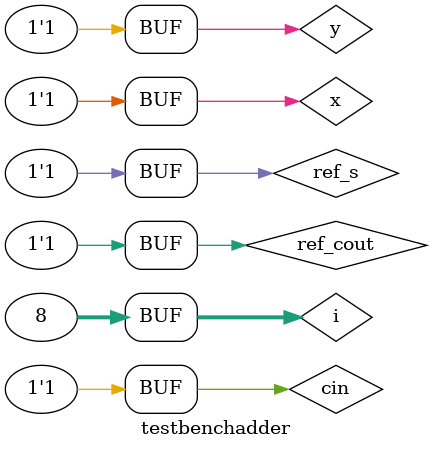
<source format=v>
`timescale 1ns / 1ps


module testbenchadder();
reg x,y,cin;
wire s,cout;
wire ref_s, ref_cout, err;
full_adder dut(.a(x),.b(y),.cin(cin),.sum(s),.cout(cout));
assign {ref_cout, ref_s} = x + y + cin;
assign err = (ref_s != s) || (ref_cout != cout);
integer i;
initial begin
for ( i = 0; i < 8; i = i + 1 ) begin
 {x, y, cin} = i; #10
 // every 10 ns set x, y, cin to the binary rep. of i
 if (err == 1)
 $display("Input combination %d failed.", i);
end
end
endmodule
</source>
